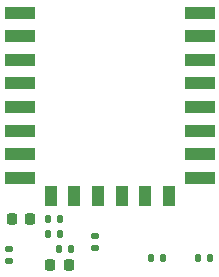
<source format=gbr>
%TF.GenerationSoftware,KiCad,Pcbnew,8.0.2*%
%TF.CreationDate,2024-05-29T23:14:08+09:00*%
%TF.ProjectId,smartlight,736d6172-746c-4696-9768-742e6b696361,rev?*%
%TF.SameCoordinates,Original*%
%TF.FileFunction,Paste,Top*%
%TF.FilePolarity,Positive*%
%FSLAX46Y46*%
G04 Gerber Fmt 4.6, Leading zero omitted, Abs format (unit mm)*
G04 Created by KiCad (PCBNEW 8.0.2) date 2024-05-29 23:14:08*
%MOMM*%
%LPD*%
G01*
G04 APERTURE LIST*
G04 Aperture macros list*
%AMRoundRect*
0 Rectangle with rounded corners*
0 $1 Rounding radius*
0 $2 $3 $4 $5 $6 $7 $8 $9 X,Y pos of 4 corners*
0 Add a 4 corners polygon primitive as box body*
4,1,4,$2,$3,$4,$5,$6,$7,$8,$9,$2,$3,0*
0 Add four circle primitives for the rounded corners*
1,1,$1+$1,$2,$3*
1,1,$1+$1,$4,$5*
1,1,$1+$1,$6,$7*
1,1,$1+$1,$8,$9*
0 Add four rect primitives between the rounded corners*
20,1,$1+$1,$2,$3,$4,$5,0*
20,1,$1+$1,$4,$5,$6,$7,0*
20,1,$1+$1,$6,$7,$8,$9,0*
20,1,$1+$1,$8,$9,$2,$3,0*%
G04 Aperture macros list end*
%ADD10RoundRect,0.225000X-0.225000X-0.250000X0.225000X-0.250000X0.225000X0.250000X-0.225000X0.250000X0*%
%ADD11RoundRect,0.135000X0.135000X0.185000X-0.135000X0.185000X-0.135000X-0.185000X0.135000X-0.185000X0*%
%ADD12R,2.500000X1.000000*%
%ADD13R,1.000000X1.800000*%
%ADD14RoundRect,0.135000X-0.135000X-0.185000X0.135000X-0.185000X0.135000X0.185000X-0.135000X0.185000X0*%
%ADD15RoundRect,0.135000X-0.185000X0.135000X-0.185000X-0.135000X0.185000X-0.135000X0.185000X0.135000X0*%
G04 APERTURE END LIST*
D10*
%TO.C,C1*%
X81725000Y-63750000D03*
X83275000Y-63750000D03*
%TD*%
D11*
%TO.C,R6*%
X85760000Y-63750000D03*
X84740000Y-63750000D03*
%TD*%
D10*
%TO.C,C2*%
X84965000Y-67600000D03*
X86515000Y-67600000D03*
%TD*%
D12*
%TO.C,U1*%
X82400000Y-46250000D03*
X82400000Y-48250000D03*
X82400000Y-50250000D03*
X82400000Y-52250000D03*
X82400000Y-54250000D03*
X82400000Y-56250000D03*
X82400000Y-58250000D03*
X82400000Y-60250000D03*
D13*
X85000000Y-61750000D03*
X87000000Y-61750000D03*
X89000000Y-61750000D03*
X91000000Y-61750000D03*
X93000000Y-61750000D03*
X95000000Y-61750000D03*
D12*
X97600000Y-60250000D03*
X97600000Y-58250000D03*
X97600000Y-56250000D03*
X97600000Y-54250000D03*
X97600000Y-52250000D03*
X97600000Y-50250000D03*
X97600000Y-48250000D03*
X97600000Y-46250000D03*
%TD*%
D14*
%TO.C,R7*%
X93490000Y-67000000D03*
X94510000Y-67000000D03*
%TD*%
D15*
%TO.C,R4*%
X81500000Y-66240000D03*
X81500000Y-67260000D03*
%TD*%
D11*
%TO.C,R3*%
X98510000Y-67000000D03*
X97490000Y-67000000D03*
%TD*%
D15*
%TO.C,R2*%
X88750000Y-65190000D03*
X88750000Y-66210000D03*
%TD*%
D14*
%TO.C,R5*%
X84740000Y-65000000D03*
X85760000Y-65000000D03*
%TD*%
%TO.C,R1*%
X85740000Y-66250000D03*
X86760000Y-66250000D03*
%TD*%
M02*

</source>
